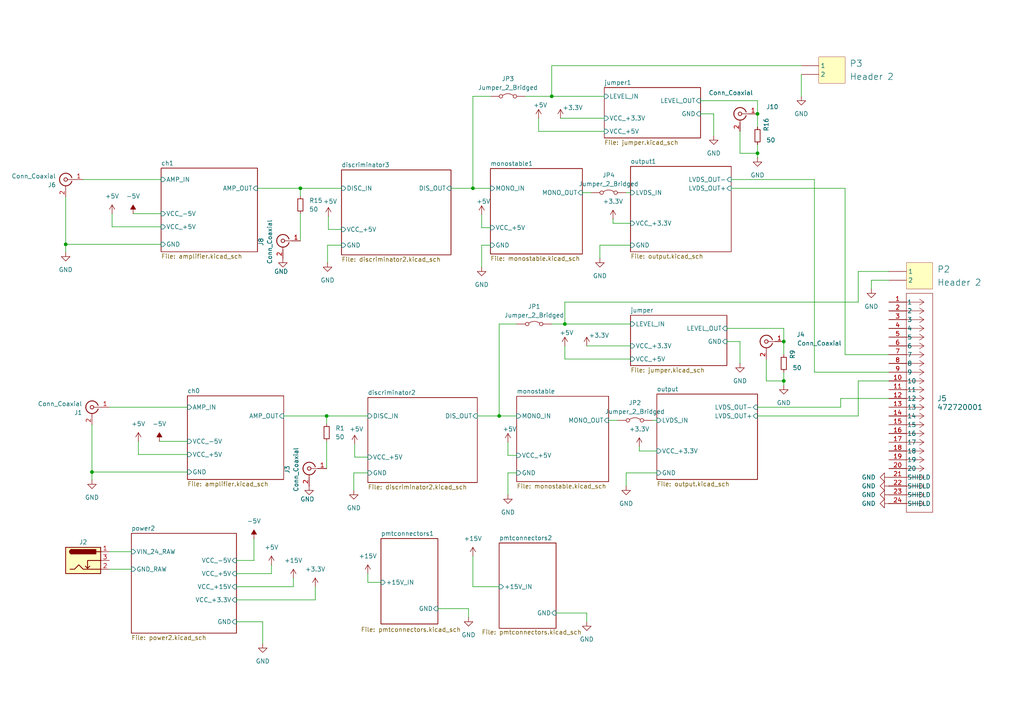
<source format=kicad_sch>
(kicad_sch (version 20231120) (generator "eeschema") (generator_version "8.0")
  (paper "A4")
  (lib_symbols
    (symbol "Connector:Barrel_Jack_Switch" (pin_names hide)
      (property "Reference" "J" (at 0 5.334 0))
      (property "Value" "Barrel_Jack_Switch" (at 0 -5.08 0))
      (symbol "Barrel_Jack_Switch_0_1"
        (rectangle (start -5.08 3.81) (end 5.08 -3.81) (stroke (width 0.254)) (fill (type background)))
        (arc (start -3.302 3.175) (mid -3.9343 2.54) (end -3.302 1.905) (stroke (width 0.254)))
        (arc (start -3.302 3.175) (mid -3.9343 2.54) (end -3.302 1.905) (stroke (width 0.254)) (fill (type outline)))
        (polyline (pts (xy 1.27 -2.286) (xy 1.905 -1.651)) (stroke (width 0.254)))
        (polyline (pts (xy 5.08 2.54) (xy 3.81 2.54)) (stroke (width 0.254)))
        (polyline (pts (xy 5.08 0) (xy 1.27 0) (xy 1.27 -2.286) (xy 0.635 -1.651)) (stroke (width 0.254)))
        (polyline (pts (xy -3.81 -2.54) (xy -2.54 -2.54) (xy -1.27 -1.27) (xy 0 -2.54) (xy 2.54 -2.54) (xy 5.08 -2.54)) (stroke (width 0.254)))
        (rectangle (start 3.683 3.175) (end -3.302 1.905) (stroke (width 0.254)) (fill (type outline)))
      )
      (symbol "Barrel_Jack_Switch_1_1"
        (pin passive line (at 7.62 2.54 180) (length 2.54) (name "~") (number "1"))
        (pin passive line (at 7.62 -2.54 180) (length 2.54) (name "~") (number "2"))
        (pin passive line (at 7.62 0 180) (length 2.54) (name "~") (number "3"))
      )
    )
    (symbol "Connector:Conn_Coaxial" (pin_names (offset 1.016) hide)
      (property "Reference" "J" (at 0.254 3.048 0))
      (property "Value" "Conn_Coaxial" (at 2.921 0 90))
      (symbol "Conn_Coaxial_0_1"
        (arc (start -1.778 -0.508) (mid 0.2311 -1.8066) (end 1.778 0) (stroke (width 0.254)))
        (polyline (pts (xy -2.54 0) (xy -0.508 0)))
        (polyline (pts (xy 0 -2.54) (xy 0 -1.778)))
        (circle (center 0 0) (radius 0.508) (stroke (width 0.2032)))
        (arc (start 1.778 0) (mid 0.2099 1.8101) (end -1.778 0.508) (stroke (width 0.254)))
      )
      (symbol "Conn_Coaxial_1_1"
        (pin passive line (at -5.08 0 0) (length 2.54) (name "In") (number "1"))
        (pin passive line (at 0 -5.08 90) (length 2.54) (name "Ext") (number "2"))
      )
    )
    (symbol "Device:R_Small" (pin_numbers hide) (pin_names (offset 0.254) hide)
      (property "Reference" "R" (at 0.762 0.508 0))
      (property "Value" "R_Small" (at 0.762 -1.016 0))
      (symbol "R_Small_0_1"
        (rectangle (start -0.762 1.778) (end 0.762 -1.778) (stroke (width 0.2032)))
      )
      (symbol "R_Small_1_1"
        (pin passive line (at 0 2.54 270) (length 0.762) (name "~") (number "1"))
        (pin passive line (at 0 -2.54 90) (length 0.762) (name "~") (number "2"))
      )
    )
    (symbol "Jumper:Jumper_2_Bridged" (pin_numbers hide) (pin_names (offset 0) hide) (exclude_from_sim yes)
      (property "Reference" "JP" (at 0 1.905 0))
      (property "Value" "Jumper_2_Bridged" (at 0 -2.54 0))
      (symbol "Jumper_2_Bridged_0_0"
        (circle (center -2.032 0) (radius 0.508))
        (circle (center 2.032 0) (radius 0.508))
      )
      (symbol "Jumper_2_Bridged_0_1"
        (arc (start 1.524 0.254) (mid 0 0.762) (end -1.524 0.254))
      )
      (symbol "Jumper_2_Bridged_1_1"
        (pin passive line (at -5.08 0 0) (length 2.54) (name "A") (number "1"))
        (pin passive line (at 5.08 0 180) (length 2.54) (name "B") (number "2"))
      )
    )
    (symbol "Miscellaneous Connectors:Header 2"
      (property "Reference" "P" (at 0 -7.62 0))
      (property "Value" "Header 2" (at -1.27 -3.81 0))
      (symbol "Header 2_1_0"
        (rectangle (start 7.62 0) (end 0 -7.62) (stroke (width 0.0254) (color 128 0 0 1)) (fill (type background)))
        (pin passive line (at -5.08 -2.54 0) (length 5.08) (name "1") (number "1"))
        (pin passive line (at -5.08 -5.08 0) (length 5.08) (name "2") (number "2"))
      )
    )
    (symbol "displayport:472720001" (pin_names (offset 0.254))
      (property "Reference" "J" (at 8.89 6.35 0))
      (property "Value" "472720001" (at 0 0 0))
      (symbol "472720001_1_1"
        (polyline (pts (xy 5.08 -60.96) (xy 12.7 -60.96)) (stroke (width 0.127)))
        (polyline (pts (xy 5.08 2.54) (xy 5.08 -60.96)) (stroke (width 0.127)))
        (polyline (pts (xy 10.16 -58.42) (xy 5.08 -58.42)) (stroke (width 0.127)))
        (polyline (pts (xy 10.16 -58.42) (xy 8.89 -59.2667)) (stroke (width 0.127)))
        (polyline (pts (xy 10.16 -58.42) (xy 8.89 -57.5733)) (stroke (width 0.127)))
        (polyline (pts (xy 10.16 -55.88) (xy 5.08 -55.88)) (stroke (width 0.127)))
        (polyline (pts (xy 10.16 -55.88) (xy 8.89 -56.7267)) (stroke (width 0.127)))
        (polyline (pts (xy 10.16 -55.88) (xy 8.89 -55.0333)) (stroke (width 0.127)))
        (polyline (pts (xy 10.16 -53.34) (xy 5.08 -53.34)) (stroke (width 0.127)))
        (polyline (pts (xy 10.16 -53.34) (xy 8.89 -54.1867)) (stroke (width 0.127)))
        (polyline (pts (xy 10.16 -53.34) (xy 8.89 -52.4933)) (stroke (width 0.127)))
        (polyline (pts (xy 10.16 -50.8) (xy 5.08 -50.8)) (stroke (width 0.127)))
        (polyline (pts (xy 10.16 -50.8) (xy 8.89 -51.6467)) (stroke (width 0.127)))
        (polyline (pts (xy 10.16 -50.8) (xy 8.89 -49.9533)) (stroke (width 0.127)))
        (polyline (pts (xy 10.16 -48.26) (xy 5.08 -48.26)) (stroke (width 0.127)))
        (polyline (pts (xy 10.16 -48.26) (xy 8.89 -49.1067)) (stroke (width 0.127)))
        (polyline (pts (xy 10.16 -48.26) (xy 8.89 -47.4133)) (stroke (width 0.127)))
        (polyline (pts (xy 10.16 -45.72) (xy 5.08 -45.72)) (stroke (width 0.127)))
        (polyline (pts (xy 10.16 -45.72) (xy 8.89 -46.5667)) (stroke (width 0.127)))
        (polyline (pts (xy 10.16 -45.72) (xy 8.89 -44.8733)) (stroke (width 0.127)))
        (polyline (pts (xy 10.16 -43.18) (xy 5.08 -43.18)) (stroke (width 0.127)))
        (polyline (pts (xy 10.16 -43.18) (xy 8.89 -44.0267)) (stroke (width 0.127)))
        (polyline (pts (xy 10.16 -43.18) (xy 8.89 -42.3333)) (stroke (width 0.127)))
        (polyline (pts (xy 10.16 -40.64) (xy 5.08 -40.64)) (stroke (width 0.127)))
        (polyline (pts (xy 10.16 -40.64) (xy 8.89 -41.4867)) (stroke (width 0.127)))
        (polyline (pts (xy 10.16 -40.64) (xy 8.89 -39.7933)) (stroke (width 0.127)))
        (polyline (pts (xy 10.16 -38.1) (xy 5.08 -38.1)) (stroke (width 0.127)))
        (polyline (pts (xy 10.16 -38.1) (xy 8.89 -38.9467)) (stroke (width 0.127)))
        (polyline (pts (xy 10.16 -38.1) (xy 8.89 -37.2533)) (stroke (width 0.127)))
        (polyline (pts (xy 10.16 -35.56) (xy 5.08 -35.56)) (stroke (width 0.127)))
        (polyline (pts (xy 10.16 -35.56) (xy 8.89 -36.4067)) (stroke (width 0.127)))
        (polyline (pts (xy 10.16 -35.56) (xy 8.89 -34.7133)) (stroke (width 0.127)))
        (polyline (pts (xy 10.16 -33.02) (xy 5.08 -33.02)) (stroke (width 0.127)))
        (polyline (pts (xy 10.16 -33.02) (xy 8.89 -33.8667)) (stroke (width 0.127)))
        (polyline (pts (xy 10.16 -33.02) (xy 8.89 -32.1733)) (stroke (width 0.127)))
        (polyline (pts (xy 10.16 -30.48) (xy 5.08 -30.48)) (stroke (width 0.127)))
        (polyline (pts (xy 10.16 -30.48) (xy 8.89 -31.3267)) (stroke (width 0.127)))
        (polyline (pts (xy 10.16 -30.48) (xy 8.89 -29.6333)) (stroke (width 0.127)))
        (polyline (pts (xy 10.16 -27.94) (xy 5.08 -27.94)) (stroke (width 0.127)))
        (polyline (pts (xy 10.16 -27.94) (xy 8.89 -28.7867)) (stroke (width 0.127)))
        (polyline (pts (xy 10.16 -27.94) (xy 8.89 -27.0933)) (stroke (width 0.127)))
        (polyline (pts (xy 10.16 -25.4) (xy 5.08 -25.4)) (stroke (width 0.127)))
        (polyline (pts (xy 10.16 -25.4) (xy 8.89 -26.2467)) (stroke (width 0.127)))
        (polyline (pts (xy 10.16 -25.4) (xy 8.89 -24.5533)) (stroke (width 0.127)))
        (polyline (pts (xy 10.16 -22.86) (xy 5.08 -22.86)) (stroke (width 0.127)))
        (polyline (pts (xy 10.16 -22.86) (xy 8.89 -23.7067)) (stroke (width 0.127)))
        (polyline (pts (xy 10.16 -22.86) (xy 8.89 -22.0133)) (stroke (width 0.127)))
        (polyline (pts (xy 10.16 -20.32) (xy 5.08 -20.32)) (stroke (width 0.127)))
        (polyline (pts (xy 10.16 -20.32) (xy 8.89 -21.1667)) (stroke (width 0.127)))
        (polyline (pts (xy 10.16 -20.32) (xy 8.89 -19.4733)) (stroke (width 0.127)))
        (polyline (pts (xy 10.16 -17.78) (xy 5.08 -17.78)) (stroke (width 0.127)))
        (polyline (pts (xy 10.16 -17.78) (xy 8.89 -18.6267)) (stroke (width 0.127)))
        (polyline (pts (xy 10.16 -17.78) (xy 8.89 -16.9333)) (stroke (width 0.127)))
        (polyline (pts (xy 10.16 -15.24) (xy 5.08 -15.24)) (stroke (width 0.127)))
        (polyline (pts (xy 10.16 -15.24) (xy 8.89 -16.0867)) (stroke (width 0.127)))
        (polyline (pts (xy 10.16 -15.24) (xy 8.89 -14.3933)) (stroke (width 0.127)))
        (polyline (pts (xy 10.16 -12.7) (xy 5.08 -12.7)) (stroke (width 0.127)))
        (polyline (pts (xy 10.16 -12.7) (xy 8.89 -13.5467)) (stroke (width 0.127)))
        (polyline (pts (xy 10.16 -12.7) (xy 8.89 -11.8533)) (stroke (width 0.127)))
        (polyline (pts (xy 10.16 -10.16) (xy 5.08 -10.16)) (stroke (width 0.127)))
        (polyline (pts (xy 10.16 -10.16) (xy 8.89 -11.0067)) (stroke (width 0.127)))
        (polyline (pts (xy 10.16 -10.16) (xy 8.89 -9.3133)) (stroke (width 0.127)))
        (polyline (pts (xy 10.16 -7.62) (xy 5.08 -7.62)) (stroke (width 0.127)))
        (polyline (pts (xy 10.16 -7.62) (xy 8.89 -8.4667)) (stroke (width 0.127)))
        (polyline (pts (xy 10.16 -7.62) (xy 8.89 -6.7733)) (stroke (width 0.127)))
        (polyline (pts (xy 10.16 -5.08) (xy 5.08 -5.08)) (stroke (width 0.127)))
        (polyline (pts (xy 10.16 -5.08) (xy 8.89 -5.9267)) (stroke (width 0.127)))
        (polyline (pts (xy 10.16 -5.08) (xy 8.89 -4.2333)) (stroke (width 0.127)))
        (polyline (pts (xy 10.16 -2.54) (xy 5.08 -2.54)) (stroke (width 0.127)))
        (polyline (pts (xy 10.16 -2.54) (xy 8.89 -3.3867)) (stroke (width 0.127)))
        (polyline (pts (xy 10.16 -2.54) (xy 8.89 -1.6933)) (stroke (width 0.127)))
        (polyline (pts (xy 10.16 0) (xy 5.08 0)) (stroke (width 0.127)))
        (polyline (pts (xy 10.16 0) (xy 8.89 -0.8467)) (stroke (width 0.127)))
        (polyline (pts (xy 10.16 0) (xy 8.89 0.8467)) (stroke (width 0.127)))
        (polyline (pts (xy 12.7 -60.96) (xy 12.7 2.54)) (stroke (width 0.127)))
        (polyline (pts (xy 12.7 2.54) (xy 5.08 2.54)) (stroke (width 0.127)))
        (pin unspecified line (at 0 0 0) (length 5.08) (name "1") (number "1"))
        (pin unspecified line (at 0 -22.86 0) (length 5.08) (name "10") (number "10"))
        (pin unspecified line (at 0 -25.4 0) (length 5.08) (name "11") (number "11"))
        (pin unspecified line (at 0 -27.94 0) (length 5.08) (name "12") (number "12"))
        (pin unspecified line (at 0 -30.48 0) (length 5.08) (name "13") (number "13"))
        (pin unspecified line (at 0 -33.02 0) (length 5.08) (name "14") (number "14"))
        (pin unspecified line (at 0 -35.56 0) (length 5.08) (name "15") (number "15"))
        (pin unspecified line (at 0 -38.1 0) (length 5.08) (name "16") (number "16"))
        (pin unspecified line (at 0 -40.64 0) (length 5.08) (name "17") (number "17"))
        (pin unspecified line (at 0 -43.18 0) (length 5.08) (name "18") (number "18"))
        (pin unspecified line (at 0 -45.72 0) (length 5.08) (name "19") (number "19"))
        (pin unspecified line (at 0 -2.54 0) (length 5.08) (name "2") (number "2"))
        (pin unspecified line (at 0 -48.26 0) (length 5.08) (name "20") (number "20"))
        (pin unspecified line (at 0 -50.8 0) (length 5.08) (name "SHIELD") (number "21"))
        (pin unspecified line (at 0 -53.34 0) (length 5.08) (name "SHIELD") (number "22"))
        (pin unspecified line (at 0 -55.88 0) (length 5.08) (name "SHIELD") (number "23"))
        (pin unspecified line (at 0 -58.42 0) (length 5.08) (name "SHIELD") (number "24"))
        (pin unspecified line (at 0 -5.08 0) (length 5.08) (name "3") (number "3"))
        (pin unspecified line (at 0 -7.62 0) (length 5.08) (name "4") (number "4"))
        (pin unspecified line (at 0 -10.16 0) (length 5.08) (name "5") (number "5"))
        (pin unspecified line (at 0 -12.7 0) (length 5.08) (name "6") (number "6"))
        (pin unspecified line (at 0 -15.24 0) (length 5.08) (name "7") (number "7"))
        (pin unspecified line (at 0 -17.78 0) (length 5.08) (name "8") (number "8"))
        (pin unspecified line (at 0 -20.32 0) (length 5.08) (name "9") (number "9"))
      )
      (symbol "472720001_1_2"
        (polyline (pts (xy 5.08 -60.96) (xy 12.7 -60.96)) (stroke (width 0.127)))
        (polyline (pts (xy 5.08 2.54) (xy 5.08 -60.96)) (stroke (width 0.127)))
        (polyline (pts (xy 7.62 -58.42) (xy 5.08 -58.42)) (stroke (width 0.127)))
        (polyline (pts (xy 7.62 -58.42) (xy 8.89 -59.2667)) (stroke (width 0.127)))
        (polyline (pts (xy 7.62 -58.42) (xy 8.89 -57.5733)) (stroke (width 0.127)))
        (polyline (pts (xy 7.62 -55.88) (xy 5.08 -55.88)) (stroke (width 0.127)))
        (polyline (pts (xy 7.62 -55.88) (xy 8.89 -56.7267)) (stroke (width 0.127)))
        (polyline (pts (xy 7.62 -55.88) (xy 8.89 -55.0333)) (stroke (width 0.127)))
        (polyline (pts (xy 7.62 -53.34) (xy 5.08 -53.34)) (stroke (width 0.127)))
        (polyline (pts (xy 7.62 -53.34) (xy 8.89 -54.1867)) (stroke (width 0.127)))
        (polyline (pts (xy 7.62 -53.34) (xy 8.89 -52.4933)) (stroke (width 0.127)))
        (polyline (pts (xy 7.62 -50.8) (xy 5.08 -50.8)) (stroke (width 0.127)))
        (polyline (pts (xy 7.62 -50.8) (xy 8.89 -51.6467)) (stroke (width 0.127)))
        (polyline (pts (xy 7.62 -50.8) (xy 8.89 -49.9533)) (stroke (width 0.127)))
        (polyline (pts (xy 7.62 -48.26) (xy 5.08 -48.26)) (stroke (width 0.127)))
        (polyline (pts (xy 7.62 -48.26) (xy 8.89 -49.1067)) (stroke (width 0.127)))
        (polyline (pts (xy 7.62 -48.26) (xy 8.89 -47.4133)) (stroke (width 0.127)))
        (polyline (pts (xy 7.62 -45.72) (xy 5.08 -45.72)) (stroke (width 0.127)))
        (polyline (pts (xy 7.62 -45.72) (xy 8.89 -46.5667)) (stroke (width 0.127)))
        (polyline (pts (xy 7.62 -45.72) (xy 8.89 -44.8733)) (stroke (width 0.127)))
        (polyline (pts (xy 7.62 -43.18) (xy 5.08 -43.18)) (stroke (width 0.127)))
        (polyline (pts (xy 7.62 -43.18) (xy 8.89 -44.0267)) (stroke (width 0.127)))
        (polyline (pts (xy 7.62 -43.18) (xy 8.89 -42.3333)) (stroke (width 0.127)))
        (polyline (pts (xy 7.62 -40.64) (xy 5.08 -40.64)) (stroke (width 0.127)))
        (polyline (pts (xy 7.62 -40.64) (xy 8.89 -41.4867)) (stroke (width 0.127)))
        (polyline (pts (xy 7.62 -40.64) (xy 8.89 -39.7933)) (stroke (width 0.127)))
        (polyline (pts (xy 7.62 -38.1) (xy 5.08 -38.1)) (stroke (width 0.127)))
        (polyline (pts (xy 7.62 -38.1) (xy 8.89 -38.9467)) (stroke (width 0.127)))
        (polyline (pts (xy 7.62 -38.1) (xy 8.89 -37.2533)) (stroke (width 0.127)))
        (polyline (pts (xy 7.62 -35.56) (xy 5.08 -35.56)) (stroke (width 0.127)))
        (polyline (pts (xy 7.62 -35.56) (xy 8.89 -36.4067)) (stroke (width 0.127)))
        (polyline (pts (xy 7.62 -35.56) (xy 8.89 -34.7133)) (stroke (width 0.127)))
        (polyline (pts (xy 7.62 -33.02) (xy 5.08 -33.02)) (stroke (width 0.127)))
        (polyline (pts (xy 7.62 -33.02) (xy 8.89 -33.8667)) (stroke (width 0.127)))
        (polyline (pts (xy 7.62 -33.02) (xy 8.89 -32.1733)) (stroke (width 0.127)))
        (polyline (pts (xy 7.62 -30.48) (xy 5.08 -30.48)) (stroke (width 0.127)))
        (polyline (pts (xy 7.62 -30.48) (xy 8.89 -31.3267)) (stroke (width 0.127)))
        (polyline (pts (xy 7.62 -30.48) (xy 8.89 -29.6333)) (stroke (width 0.127)))
        (polyline (pts (xy 7.62 -27.94) (xy 5.08 -27.94)) (stroke (width 0.127)))
        (polyline (pts (xy 7.62 -27.94) (xy 8.89 -28.7867)) (stroke (width 0.127)))
        (polyline (pts (xy 7.62 -27.94) (xy 8.89 -27.0933)) (stroke (width 0.127)))
        (polyline (pts (xy 7.62 -25.4) (xy 5.08 -25.4)) (stroke (width 0.127)))
        (polyline (pts (xy 7.62 -25.4) (xy 8.89 -26.2467)) (stroke (width 0.127)))
        (polyline (pts (xy 7.62 -25.4) (xy 8.89 -24.5533)) (stroke (width 0.127)))
        (polyline (pts (xy 7.62 -22.86) (xy 5.08 -22.86)) (stroke (width 0.127)))
        (polyline (pts (xy 7.62 -22.86) (xy 8.89 -23.7067)) (stroke (width 0.127)))
        (polyline (pts (xy 7.62 -22.86) (xy 8.89 -22.0133)) (stroke (width 0.127)))
        (polyline (pts (xy 7.62 -20.32) (xy 5.08 -20.32)) (stroke (width 0.127)))
        (polyline (pts (xy 7.62 -20.32) (xy 8.89 -21.1667)) (stroke (width 0.127)))
        (polyline (pts (xy 7.62 -20.32) (xy 8.89 -19.4733)) (stroke (width 0.127)))
        (polyline (pts (xy 7.62 -17.78) (xy 5.08 -17.78)) (stroke (width 0.127)))
        (polyline (pts (xy 7.62 -17.78) (xy 8.89 -18.6267)) (stroke (width 0.127)))
        (polyline (pts (xy 7.62 -17.78) (xy 8.89 -16.9333)) (stroke (width 0.127)))
        (polyline (pts (xy 7.62 -15.24) (xy 5.08 -15.24)) (stroke (width 0.127)))
        (polyline (pts (xy 7.62 -15.24) (xy 8.89 -16.0867)) (stroke (width 0.127)))
        (polyline (pts (xy 7.62 -15.24) (xy 8.89 -14.3933)) (stroke (width 0.127)))
        (polyline (pts (xy 7.62 -12.7) (xy 5.08 -12.7)) (stroke (width 0.127)))
        (polyline (pts (xy 7.62 -12.7) (xy 8.89 -13.5467)) (stroke (width 0.127)))
        (polyline (pts (xy 7.62 -12.7) (xy 8.89 -11.8533)) (stroke (width 0.127)))
        (polyline (pts (xy 7.62 -10.16) (xy 5.08 -10.16)) (stroke (width 0.127)))
        (polyline (pts (xy 7.62 -10.16) (xy 8.89 -11.0067)) (stroke (width 0.127)))
        (polyline (pts (xy 7.62 -10.16) (xy 8.89 -9.3133)) (stroke (width 0.127)))
        (polyline (pts (xy 7.62 -7.62) (xy 5.08 -7.62)) (stroke (width 0.127)))
        (polyline (pts (xy 7.62 -7.62) (xy 8.89 -8.4667)) (stroke (width 0.127)))
        (polyline (pts (xy 7.62 -7.62) (xy 8.89 -6.7733)) (stroke (width 0.127)))
        (polyline (pts (xy 7.62 -5.08) (xy 5.08 -5.08)) (stroke (width 0.127)))
        (polyline (pts (xy 7.62 -5.08) (xy 8.89 -5.9267)) (stroke (width 0.127)))
        (polyline (pts (xy 7.62 -5.08) (xy 8.89 -4.2333)) (stroke (width 0.127)))
        (polyline (pts (xy 7.62 -2.54) (xy 5.08 -2.54)) (stroke (width 0.127)))
        (polyline (pts (xy 7.62 -2.54) (xy 8.89 -3.3867)) (stroke (width 0.127)))
        (polyline (pts (xy 7.62 -2.54) (xy 8.89 -1.6933)) (stroke (width 0.127)))
        (polyline (pts (xy 7.62 0) (xy 5.08 0)) (stroke (width 0.127)))
        (polyline (pts (xy 7.62 0) (xy 8.89 -0.8467)) (stroke (width 0.127)))
        (polyline (pts (xy 7.62 0) (xy 8.89 0.8467)) (stroke (width 0.127)))
        (polyline (pts (xy 12.7 -60.96) (xy 12.7 2.54)) (stroke (width 0.127)))
        (polyline (pts (xy 12.7 2.54) (xy 5.08 2.54)) (stroke (width 0.127)))
        (pin unspecified line (at 0 0 0) (length 5.08) (name "1") (number "1"))
        (pin unspecified line (at 0 -22.86 0) (length 5.08) (name "10") (number "10"))
        (pin unspecified line (at 0 -25.4 0) (length 5.08) (name "11") (number "11"))
        (pin unspecified line (at 0 -27.94 0) (length 5.08) (name "12") (number "12"))
        (pin unspecified line (at 0 -30.48 0) (length 5.08) (name "13") (number "13"))
        (pin unspecified line (at 0 -33.02 0) (length 5.08) (name "14") (number "14"))
        (pin unspecified line (at 0 -35.56 0) (length 5.08) (name "15") (number "15"))
        (pin unspecified line (at 0 -38.1 0) (length 5.08) (name "16") (number "16"))
        (pin unspecified line (at 0 -40.64 0) (length 5.08) (name "17") (number "17"))
        (pin unspecified line (at 0 -43.18 0) (length 5.08) (name "18") (number "18"))
        (pin unspecified line (at 0 -45.72 0) (length 5.08) (name "19") (number "19"))
        (pin unspecified line (at 0 -2.54 0) (length 5.08) (name "2") (number "2"))
        (pin unspecified line (at 0 -48.26 0) (length 5.08) (name "20") (number "20"))
        (pin unspecified line (at 0 -50.8 0) (length 5.08) (name "SHIELD") (number "21"))
        (pin unspecified line (at 0 -53.34 0) (length 5.08) (name "SHIELD") (number "22"))
        (pin unspecified line (at 0 -55.88 0) (length 5.08) (name "SHIELD") (number "23"))
        (pin unspecified line (at 0 -58.42 0) (length 5.08) (name "SHIELD") (number "24"))
        (pin unspecified line (at 0 -5.08 0) (length 5.08) (name "3") (number "3"))
        (pin unspecified line (at 0 -7.62 0) (length 5.08) (name "4") (number "4"))
        (pin unspecified line (at 0 -10.16 0) (length 5.08) (name "5") (number "5"))
        (pin unspecified line (at 0 -12.7 0) (length 5.08) (name "6") (number "6"))
        (pin unspecified line (at 0 -15.24 0) (length 5.08) (name "7") (number "7"))
        (pin unspecified line (at 0 -17.78 0) (length 5.08) (name "8") (number "8"))
        (pin unspecified line (at 0 -20.32 0) (length 5.08) (name "9") (number "9"))
      )
    )
    (symbol "power:+15V" (power) (pin_numbers hide) (pin_names (offset 0) hide)
      (property "Value" "+15V" (at 0 3.556 0))
      (symbol "+15V_0_1"
        (polyline (pts (xy -0.762 1.27) (xy 0 2.54)))
        (polyline (pts (xy 0 0) (xy 0 2.54)))
        (polyline (pts (xy 0 2.54) (xy 0.762 1.27)))
      )
      (symbol "+15V_1_1"
        (pin power_in line (at 0 0 90) (length 0) (name "~") (number "1"))
      )
    )
    (symbol "power:+3.3V" (power) (pin_numbers hide) (pin_names (offset 0) hide)
      (property "Value" "+3.3V" (at 0 3.556 0))
      (symbol "+3.3V_0_1"
        (polyline (pts (xy -0.762 1.27) (xy 0 2.54)))
        (polyline (pts (xy 0 0) (xy 0 2.54)))
        (polyline (pts (xy 0 2.54) (xy 0.762 1.27)))
      )
      (symbol "+3.3V_1_1"
        (pin power_in line (at 0 0 90) (length 0) (name "~") (number "1"))
      )
    )
    (symbol "power:+5V" (power) (pin_numbers hide) (pin_names (offset 0) hide)
      (property "Value" "+5V" (at 0 3.556 0))
      (symbol "+5V_0_1"
        (polyline (pts (xy -0.762 1.27) (xy 0 2.54)))
        (polyline (pts (xy 0 0) (xy 0 2.54)))
        (polyline (pts (xy 0 2.54) (xy 0.762 1.27)))
      )
      (symbol "+5V_1_1"
        (pin power_in line (at 0 0 90) (length 0) (name "~") (number "1"))
      )
    )
    (symbol "power:-5V" (power) (pin_numbers hide) (pin_names (offset 0) hide)
      (property "Value" "-5V" (at 0 3.556 0))
      (symbol "-5V_0_0"
        (pin power_in line (at 0 0 90) (length 0) (name "~") (number "1"))
      )
      (symbol "-5V_0_1"
        (polyline (pts (xy 0 0) (xy 0 1.27) (xy 0.762 1.27) (xy 0 2.54) (xy -0.762 1.27) (xy 0 1.27)) (fill (type outline)))
      )
    )
    (symbol "power:GND" (power) (pin_numbers hide) (pin_names (offset 0) hide)
      (property "Value" "GND" (at 0 -3.81 0))
      (symbol "GND_0_1"
        (polyline (pts (xy 0 0) (xy 0 -1.27) (xy 1.27 -1.27) (xy 0 -2.54) (xy -1.27 -1.27) (xy 0 -1.27)))
      )
      (symbol "GND_1_1"
        (pin power_in line (at 0 0 270) (length 0) (name "~") (number "1"))
      )
    )
  )
  (junction (at 163.83 93.98))
  (junction (at 87.122 54.61))
  (junction (at 219.71 44.45))
  (junction (at 144.78 120.65))
  (junction (at 19.05 70.866))
  (junction (at 227.33 110.49))
  (junction (at 160.02 27.94))
  (junction (at 219.71 33.02))
  (junction (at 227.33 99.06))
  (junction (at 137.16 54.61))
  (junction (at 94.742 120.65))
  (junction (at 26.67 136.906))
  (wire (pts (xy 94.742 120.65) (xy 106.68 120.65)))
  (wire (pts (xy 212.09 54.61) (xy 245.11 54.61)))
  (wire (pts (xy 144.78 93.98) (xy 149.86 93.98)))
  (wire (pts (xy 99.06 71.12) (xy 94.996 71.12)))
  (wire (pts (xy 94.742 128.016) (xy 94.742 135.89)))
  (wire (pts (xy 54.356 136.906) (xy 26.67 136.906)))
  (wire (pts (xy 106.68 168.91) (xy 106.68 166.37)))
  (wire (pts (xy 182.88 104.14) (xy 163.83 104.14)))
  (wire (pts (xy 219.71 41.91) (xy 219.71 44.45)))
  (wire (pts (xy 185.42 130.81) (xy 185.42 129.54)))
  (wire (pts (xy 85.09 170.18) (xy 68.58 170.18)))
  (wire (pts (xy 219.71 118.11) (xy 243.84 118.11)))
  (wire (pts (xy 99.06 66.548) (xy 95.25 66.548)))
  (wire (pts (xy 139.7 71.12) (xy 139.7 77.47)))
  (wire (pts (xy 102.616 137.16) (xy 102.616 142.24)))
  (wire (pts (xy 156.21 34.29) (xy 156.21 38.1)))
  (wire (pts (xy 147.32 137.16) (xy 147.32 143.51)))
  (wire (pts (xy 76.2 180.34) (xy 76.2 186.69)))
  (wire (pts (xy 227.33 107.95) (xy 227.33 110.49)))
  (wire (pts (xy 19.05 70.866) (xy 19.05 73.152)))
  (wire (pts (xy 40.132 131.826) (xy 54.356 131.826)))
  (wire (pts (xy 182.88 100.33) (xy 170.18 100.33)))
  (wire (pts (xy 207.01 33.02) (xy 207.01 39.37)))
  (wire (pts (xy 236.22 52.07) (xy 236.22 107.95)))
  (wire (pts (xy 95.25 62.738) (xy 95.25 66.548)))
  (wire (pts (xy 106.68 137.16) (xy 102.616 137.16)))
  (wire (pts (xy 38.608 61.976) (xy 46.736 61.976)))
  (wire (pts (xy 26.67 136.906) (xy 26.67 139.192)))
  (wire (pts (xy 227.33 95.25) (xy 227.33 99.06)))
  (wire (pts (xy 222.25 110.49) (xy 222.25 104.14)))
  (wire (pts (xy 175.26 34.29) (xy 162.56 34.29)))
  (wire (pts (xy 160.02 19.05) (xy 160.02 27.94)))
  (wire (pts (xy 135.89 179.07) (xy 135.89 176.53)))
  (wire (pts (xy 68.58 180.34) (xy 76.2 180.34)))
  (wire (pts (xy 94.996 71.12) (xy 94.996 76.2)))
  (wire (pts (xy 190.5 130.81) (xy 185.42 130.81)))
  (wire (pts (xy 32.512 61.976) (xy 32.512 65.786)))
  (wire (pts (xy 182.88 64.77) (xy 177.8 64.77)))
  (wire (pts (xy 152.4 27.94) (xy 160.02 27.94)))
  (wire (pts (xy 87.122 54.61) (xy 99.06 54.61)))
  (wire (pts (xy 161.29 177.8) (xy 170.18 177.8)))
  (wire (pts (xy 245.11 54.61) (xy 245.11 102.87)))
  (wire (pts (xy 137.16 27.94) (xy 142.24 27.94)))
  (wire (pts (xy 243.84 118.11) (xy 243.84 115.57)))
  (wire (pts (xy 106.68 168.91) (xy 110.49 168.91)))
  (wire (pts (xy 137.16 27.94) (xy 137.16 54.61)))
  (wire (pts (xy 102.87 128.778) (xy 102.87 132.588)))
  (wire (pts (xy 222.25 110.49) (xy 227.33 110.49)))
  (wire (pts (xy 137.16 170.18) (xy 144.78 170.18)))
  (wire (pts (xy 144.78 93.98) (xy 144.78 120.65)))
  (wire (pts (xy 31.75 160.02) (xy 38.1 160.02)))
  (wire (pts (xy 137.16 54.61) (xy 142.24 54.61)))
  (wire (pts (xy 252.73 83.82) (xy 252.73 81.28)))
  (wire (pts (xy 106.68 132.588) (xy 102.87 132.588)))
  (wire (pts (xy 130.81 54.61) (xy 137.16 54.61)))
  (wire (pts (xy 176.53 121.92) (xy 179.07 121.92)))
  (wire (pts (xy 248.92 120.65) (xy 248.92 110.49)))
  (wire (pts (xy 219.71 33.02) (xy 219.71 36.83)))
  (wire (pts (xy 175.26 38.1) (xy 156.21 38.1)))
  (wire (pts (xy 40.132 128.016) (xy 40.132 131.826)))
  (wire (pts (xy 236.22 107.95) (xy 257.81 107.95)))
  (wire (pts (xy 139.7 62.23) (xy 139.7 66.04)))
  (wire (pts (xy 46.736 70.866) (xy 19.05 70.866)))
  (wire (pts (xy 87.122 61.976) (xy 87.122 69.85)))
  (wire (pts (xy 147.32 137.16) (xy 149.86 137.16)))
  (wire (pts (xy 68.58 173.99) (xy 91.44 173.99)))
  (wire (pts (xy 252.73 81.28) (xy 257.81 81.28)))
  (wire (pts (xy 248.92 87.63) (xy 248.92 78.74)))
  (wire (pts (xy 73.66 162.56) (xy 68.58 162.56)))
  (wire (pts (xy 219.71 45.72) (xy 219.71 44.45)))
  (wire (pts (xy 147.32 132.08) (xy 149.86 132.08)))
  (wire (pts (xy 85.09 167.64) (xy 85.09 170.18)))
  (wire (pts (xy 243.84 115.57) (xy 257.81 115.57)))
  (wire (pts (xy 245.11 102.87) (xy 257.81 102.87)))
  (wire (pts (xy 94.742 120.65) (xy 94.742 122.936)))
  (wire (pts (xy 139.7 66.04) (xy 142.24 66.04)))
  (wire (pts (xy 46.736 52.07) (xy 24.13 52.07)))
  (wire (pts (xy 210.82 95.25) (xy 227.33 95.25)))
  (wire (pts (xy 19.05 70.866) (xy 19.05 57.15)))
  (wire (pts (xy 163.83 100.33) (xy 163.83 104.14)))
  (wire (pts (xy 190.5 137.16) (xy 181.61 137.16)))
  (wire (pts (xy 46.228 128.016) (xy 54.356 128.016)))
  (wire (pts (xy 160.02 19.05) (xy 232.41 19.05)))
  (wire (pts (xy 32.512 65.786) (xy 46.736 65.786)))
  (wire (pts (xy 87.122 54.61) (xy 87.122 56.896)))
  (wire (pts (xy 31.75 165.1) (xy 38.1 165.1)))
  (wire (pts (xy 160.02 27.94) (xy 175.26 27.94)))
  (wire (pts (xy 138.43 120.65) (xy 144.78 120.65)))
  (wire (pts (xy 139.7 71.12) (xy 142.24 71.12)))
  (wire (pts (xy 181.61 137.16) (xy 181.61 140.97)))
  (wire (pts (xy 177.8 64.77) (xy 177.8 63.5)))
  (wire (pts (xy 248.92 78.74) (xy 257.81 78.74)))
  (wire (pts (xy 91.44 170.18) (xy 91.44 173.99)))
  (wire (pts (xy 82.296 120.65) (xy 94.742 120.65)))
  (wire (pts (xy 227.33 99.06) (xy 227.33 102.87)))
  (wire (pts (xy 74.676 54.61) (xy 87.122 54.61)))
  (wire (pts (xy 210.82 99.06) (xy 214.63 99.06)))
  (wire (pts (xy 54.356 118.11) (xy 31.75 118.11)))
  (wire (pts (xy 189.23 121.92) (xy 190.5 121.92)))
  (wire (pts (xy 160.02 93.98) (xy 163.83 93.98)))
  (wire (pts (xy 170.18 180.34) (xy 170.18 177.8)))
  (wire (pts (xy 203.2 29.21) (xy 219.71 29.21)))
  (wire (pts (xy 214.63 99.06) (xy 214.63 105.41)))
  (wire (pts (xy 163.83 87.63) (xy 248.92 87.63)))
  (wire (pts (xy 26.67 136.906) (xy 26.67 123.19)))
  (wire (pts (xy 203.2 33.02) (xy 207.01 33.02)))
  (wire (pts (xy 214.63 44.45) (xy 214.63 38.1)))
  (wire (pts (xy 248.92 110.49) (xy 257.81 110.49)))
  (wire (pts (xy 182.88 71.12) (xy 173.99 71.12)))
  (wire (pts (xy 227.33 111.76) (xy 227.33 110.49)))
  (wire (pts (xy 232.41 21.59) (xy 232.41 27.94)))
  (wire (pts (xy 137.16 161.29) (xy 137.16 170.18)))
  (wire (pts (xy 212.09 52.07) (xy 236.22 52.07)))
  (wire (pts (xy 173.99 71.12) (xy 173.99 74.93)))
  (wire (pts (xy 127 176.53) (xy 135.89 176.53)))
  (wire (pts (xy 163.83 87.63) (xy 163.83 93.98)))
  (wire (pts (xy 214.63 44.45) (xy 219.71 44.45)))
  (wire (pts (xy 144.78 120.65) (xy 149.86 120.65)))
  (wire (pts (xy 168.91 55.88) (xy 171.45 55.88)))
  (wire (pts (xy 147.32 128.27) (xy 147.32 132.08)))
  (wire (pts (xy 73.66 156.21) (xy 73.66 162.56)))
  (wire (pts (xy 78.74 166.37) (xy 68.58 166.37)))
  (wire (pts (xy 181.61 55.88) (xy 182.88 55.88)))
  (wire (pts (xy 219.71 29.21) (xy 219.71 33.02)))
  (wire (pts (xy 78.74 163.83) (xy 78.74 166.37)))
  (wire (pts (xy 219.71 120.65) (xy 248.92 120.65)))
  (wire (pts (xy 163.83 93.98) (xy 182.88 93.98)))
  (symbol (lib_id "power:GND") (at 76.2 186.69 0) (unit 1)
    (property "Reference" "#PWR06" (effects (hide yes)))
    (property "Value" "GND" (at 76.2 191.77 0))
    (property "Description" "Power symbol creates a global label with name \"GND\" , ground" (effects (hide yes)))
  )
  (symbol (lib_id "power:GND") (at 207.01 39.37 0) (unit 1)
    (property "Reference" "#PWR065" (effects (hide yes)))
    (property "Value" "GND" (at 207.01 44.45 0))
    (property "Description" "Power symbol creates a global label with name \"GND\" , ground" (effects (hide yes)))
  )
  (symbol (lib_id "Connector:Conn_Coaxial") (at 89.662 135.89 0) (mirror y) (unit 1)
    (property "Reference" "J3" (at 83.312 136.1832 90))
    (property "Value" "Conn_Coaxial" (at 85.852 136.1832 90))
    (property "Footprint" "testpt:EPB00250NTN" (effects (hide yes)))
    (property "Description" "coaxial connector (BNC, SMA, SMB, SMC, Cinch/RCA, LEMO, ...)" (effects (hide yes)))
  )
  (symbol (lib_id "power:+5V") (at 147.32 128.27 0) (unit 1)
    (property "Reference" "#PWR047" (effects (hide yes)))
    (property "Value" "+5V" (at 147.828 124.46 0))
    (property "Description" "Power symbol creates a global label with name \"+5V\"" (effects (hide yes)))
  )
  (symbol (lib_id "power:GND") (at 257.81 138.43 270) (unit 1)
    (property "Reference" "#PWR020" (effects (hide yes)))
    (property "Value" "GND" (at 254 138.4299 90) (effects (justify right)))
    (property "Description" "Power symbol creates a global label with name \"GND\" , ground" (effects (hide yes)))
  )
  (symbol (lib_id "power:+5V") (at 102.87 128.778 0) (unit 1)
    (property "Reference" "#PWR09" (effects (hide yes)))
    (property "Value" "+5V" (at 103.378 124.46 0))
    (property "Description" "Power symbol creates a global label with name \"+5V\"" (effects (hide yes)))
  )
  (symbol (lib_id "Connector:Conn_Coaxial") (at 19.05 52.07 0) (mirror y) (unit 1)
    (property "Reference" "J6" (at 16.256 53.6333 0) (effects (justify left)))
    (property "Value" "Conn_Coaxial" (at 16.256 51.0933 0) (effects (justify left)))
    (property "Footprint" "testpt:EPB00250NTN" (effects (hide yes)))
    (property "Description" "coaxial connector (BNC, SMA, SMB, SMC, Cinch/RCA, LEMO, ...)" (effects (hide yes)))
  )
  (symbol (lib_id "power:GND") (at 102.616 142.24 0) (unit 1)
    (property "Reference" "#PWR08" (effects (hide yes)))
    (property "Value" "GND" (at 102.616 147.32 0))
    (property "Description" "Power symbol creates a global label with name \"GND\" , ground" (effects (hide yes)))
  )
  (symbol (lib_id "Connector:Conn_Coaxial") (at 82.042 69.85 0) (mirror y) (unit 1)
    (property "Reference" "J8" (at 75.692 70.1432 90))
    (property "Value" "Conn_Coaxial" (at 78.232 70.1432 90))
    (property "Footprint" "testpt:EPB00250NTN" (effects (hide yes)))
    (property "Description" "coaxial connector (BNC, SMA, SMB, SMC, Cinch/RCA, LEMO, ...)" (effects (hide yes)))
  )
  (symbol (lib_id "power:+5V") (at 40.132 128.016 0) (unit 1)
    (property "Reference" "#PWR02" (effects (hide yes)))
    (property "Value" "+5V" (at 40.132 122.936 0))
    (property "Description" "Power symbol creates a global label with name \"+5V\"" (effects (hide yes)))
  )
  (symbol (lib_id "power:GND") (at 227.33 111.76 0) (unit 1)
    (property "Reference" "#PWR035" (effects (hide yes)))
    (property "Value" "GND" (at 227.33 116.84 0))
    (property "Description" "Power symbol creates a global label with name \"GND\" , ground" (effects (hide yes)))
  )
  (symbol (lib_id "power:+15V") (at 106.68 166.37 0) (unit 1)
    (property "Reference" "#PWR044" (effects (hide yes)))
    (property "Value" "+15V" (at 106.68 161.29 0))
    (property "Description" "Power symbol creates a global label with name \"+15V\"" (effects (hide yes)))
  )
  (symbol (lib_id "power:GND") (at 214.63 105.41 0) (unit 1)
    (property "Reference" "#PWR036" (effects (hide yes)))
    (property "Value" "GND" (at 214.63 110.49 0))
    (property "Description" "Power symbol creates a global label with name \"GND\" , ground" (effects (hide yes)))
  )
  (symbol (lib_id "power:GND") (at 219.71 45.72 0) (unit 1)
    (property "Reference" "#PWR066" (effects (hide yes)))
    (property "Value" "GND" (at 219.71 50.8 0))
    (property "Description" "Power symbol creates a global label with name \"GND\" , ground" (effects (hide yes)))
  )
  (symbol (lib_id "power:+5V") (at 163.83 100.33 0) (unit 1)
    (property "Reference" "#PWR039" (effects (hide yes)))
    (property "Value" "+5V" (at 164.338 96.52 0))
    (property "Description" "Power symbol creates a global label with name \"+5V\"" (effects (hide yes)))
  )
  (symbol (lib_id "Connector:Conn_Coaxial") (at 222.25 99.06 0) (mirror y) (unit 1)
    (property "Reference" "J4" (at 233.426 97.028 0) (effects (justify left)))
    (property "Value" "Conn_Coaxial" (at 244.094 99.568 0) (effects (justify left)))
    (property "Footprint" "testpt:EPB00250NTN" (effects (hide yes)))
    (property "Description" "coaxial connector (BNC, SMA, SMB, SMC, Cinch/RCA, LEMO, ...)" (effects (hide yes)))
  )
  (symbol (lib_id "power:GND") (at 170.18 180.34 0) (unit 1)
    (property "Reference" "#PWR056" (effects (hide yes)))
    (property "Value" "GND" (at 170.18 185.42 0))
    (property "Description" "Power symbol creates a global label with name \"GND\" , ground" (effects (hide yes)))
  )
  (symbol (lib_id "Device:R_Small") (at 87.122 59.436 0) (unit 1)
    (property "Reference" "R15" (at 89.662 58.1659 0) (effects (justify left)))
    (property "Value" "50" (at 89.662 60.7059 0) (effects (justify left)))
    (property "Footprint" "Resistor_SMD:R_0805_2012Metric" (effects (hide yes)))
    (property "Description" "Resistor, small symbol" (effects (hide yes)))
  )
  (symbol (lib_id "displayport:472720001") (at 257.81 87.63 0) (unit 1)
    (property "Reference" "J5" (at 271.78 115.5699 0) (effects (font (size 1.524 1.524)) (justify left)))
    (property "Value" "472720001" (at 271.78 118.1099 0) (effects (font (size 1.524 1.524)) (justify left)))
    (property "Footprint" "dsp:CONN_47272-0001_MOL" (effects (hide yes)))
    (property "Datasheet" "https://www.molex.com/en-us/products/part-detail-pdf/472720001?display=pdf" (effects (hide yes)))
  )
  (symbol (lib_id "power:GND") (at 147.32 143.51 0) (unit 1)
    (property "Reference" "#PWR048" (effects (hide yes)))
    (property "Value" "GND" (at 147.32 148.59 0))
    (property "Description" "Power symbol creates a global label with name \"GND\" , ground" (effects (hide yes)))
  )
  (symbol (lib_id "power:+5V") (at 32.512 61.976 0) (unit 1)
    (property "Reference" "#PWR051" (effects (hide yes)))
    (property "Value" "+5V" (at 32.512 56.896 0))
    (property "Description" "Power symbol creates a global label with name \"+5V\"" (effects (hide yes)))
  )
  (symbol (lib_id "power:GND") (at 135.89 179.07 0) (unit 1)
    (property "Reference" "#PWR046" (effects (hide yes)))
    (property "Value" "GND" (at 135.89 184.15 0))
    (property "Description" "Power symbol creates a global label with name \"GND\" , ground" (effects (hide yes)))
  )
  (symbol (lib_id "power:-5V") (at 38.608 61.976 0) (unit 1)
    (property "Reference" "#PWR053" (effects (hide yes)))
    (property "Value" "-5V" (at 38.608 56.896 0))
    (property "Description" "Power symbol creates a global label with name \"-5V\"" (effects (hide yes)))
  )
  (symbol (lib_id "power:+5V") (at 139.7 62.23 0) (unit 1)
    (property "Reference" "#PWR059" (effects (hide yes)))
    (property "Value" "+5V" (at 140.208 58.42 0))
    (property "Description" "Power symbol creates a global label with name \"+5V\"" (effects (hide yes)))
  )
  (symbol (lib_id "power:+3.3V") (at 162.56 34.29 0) (unit 1)
    (property "Reference" "#PWR062" (effects (hide yes)))
    (property "Value" "+3.3V" (at 166.116 31.242 0))
    (property "Description" "Power symbol creates a global label with name \"+3.3V\"" (effects (hide yes)))
  )
  (symbol (lib_id "power:GND") (at 181.61 140.97 0) (unit 1)
    (property "Reference" "#PWR040" (effects (hide yes)))
    (property "Value" "GND" (at 181.61 146.05 0))
    (property "Description" "Power symbol creates a global label with name \"GND\" , ground" (effects (hide yes)))
  )
  (symbol (lib_id "power:GND") (at 173.99 74.93 0) (unit 1)
    (property "Reference" "#PWR063" (effects (hide yes)))
    (property "Value" "GND" (at 173.99 80.01 0))
    (property "Description" "Power symbol creates a global label with name \"GND\" , ground" (effects (hide yes)))
  )
  (symbol (lib_id "Device:R_Small") (at 94.742 125.476 0) (unit 1)
    (property "Reference" "R1" (at 97.282 124.2059 0) (effects (justify left)))
    (property "Value" "50" (at 97.282 126.7459 0) (effects (justify left)))
    (property "Footprint" "Resistor_SMD:R_0805_2012Metric" (effects (hide yes)))
    (property "Description" "Resistor, small symbol" (effects (hide yes)))
  )
  (symbol (lib_id "Jumper:Jumper_2_Bridged") (at 176.53 55.88 0) (unit 1) (exclude_from_sim yes)
    (property "Reference" "JP4" (at 176.53 50.8 0))
    (property "Value" "Jumper_2_Bridged" (at 176.53 53.34 0))
    (property "Footprint" "Connector_PinHeader_2.54mm:PinHeader_1x02_P2.54mm_Vertical" (effects (hide yes)))
    (property "Description" "Jumper, 2-pole, closed/bridged" (effects (hide yes)))
  )
  (symbol (lib_id "power:GND") (at 89.662 140.97 0) (unit 1)
    (property "Reference" "#PWR05" (effects (hide yes)))
    (property "Value" "GND" (at 89.154 144.78 0))
    (property "Description" "Power symbol creates a global label with name \"GND\" , ground" (effects (hide yes)))
  )
  (symbol (lib_id "power:GND") (at 19.05 73.152 0) (unit 1)
    (property "Reference" "#PWR049" (effects (hide yes)))
    (property "Value" "GND" (at 19.05 78.232 0))
    (property "Description" "Power symbol creates a global label with name \"GND\" , ground" (effects (hide yes)))
  )
  (symbol (lib_id "power:GND") (at 257.81 140.97 270) (unit 1)
    (property "Reference" "#PWR029" (effects (hide yes)))
    (property "Value" "GND" (at 254 140.9699 90) (effects (justify right)))
    (property "Description" "Power symbol creates a global label with name \"GND\" , ground" (effects (hide yes)))
  )
  (symbol (lib_id "power:+5V") (at 156.21 34.29 0) (unit 1)
    (property "Reference" "#PWR061" (effects (hide yes)))
    (property "Value" "+5V" (at 156.718 30.48 0))
    (property "Description" "Power symbol creates a global label with name \"+5V\"" (effects (hide yes)))
  )
  (symbol (lib_id "power:+3.3V") (at 91.44 170.18 0) (unit 1)
    (property "Reference" "#PWR045" (effects (hide yes)))
    (property "Value" "+3.3V" (at 91.44 165.1 0))
    (property "Description" "Power symbol creates a global label with name \"+3.3V\"" (effects (hide yes)))
  )
  (symbol (lib_id "power:+5V") (at 78.74 163.83 0) (unit 1)
    (property "Reference" "#PWR07" (effects (hide yes)))
    (property "Value" "+5V" (at 78.74 158.75 0))
    (property "Description" "Power symbol creates a global label with name \"+5V\"" (effects (hide yes)))
  )
  (symbol (lib_id "Miscellaneous Connectors:Header 2") (at 262.89 76.2 0) (unit 1)
    (property "Reference" "P2" (at 271.78 78.1049 0) (effects (font (size 1.8288 1.8288)) (justify left)))
    (property "Value" "Header 2" (at 271.78 81.9149 0) (effects (font (size 1.8288 1.8288)) (justify left)))
    (property "Footprint" "Connector_PinSocket_2.54mm:PinSocket_1x02_P2.54mm_Vertical" (effects (hide yes)))
    (property "Description" "Header, 2-Pin" (effects (hide yes)))
    (property "LatestRevisionDate" "17-Jul-2002" (effects (hide yes)))
    (property "LatestRevisionNote" "Re-released for DXP Platform." (effects (hide yes)))
    (property "Publisher" "Altium Limited" (effects (hide yes)))
  )
  (symbol (lib_id "power:GND") (at 94.996 76.2 0) (unit 1)
    (property "Reference" "#PWR057" (effects (hide yes)))
    (property "Value" "GND" (at 94.996 81.28 0))
    (property "Description" "Power symbol creates a global label with name \"GND\" , ground" (effects (hide yes)))
  )
  (symbol (lib_id "Jumper:Jumper_2_Bridged") (at 147.32 27.94 0) (unit 1) (exclude_from_sim yes)
    (property "Reference" "JP3" (at 147.32 22.86 0))
    (property "Value" "Jumper_2_Bridged" (at 147.32 25.4 0))
    (property "Footprint" "Connector_PinHeader_2.54mm:PinHeader_1x02_P2.54mm_Vertical" (effects (hide yes)))
    (property "Description" "Jumper, 2-pole, closed/bridged" (effects (hide yes)))
  )
  (symbol (lib_id "power:GND") (at 139.7 77.47 0) (unit 1)
    (property "Reference" "#PWR060" (effects (hide yes)))
    (property "Value" "GND" (at 139.7 82.55 0))
    (property "Description" "Power symbol creates a global label with name \"GND\" , ground" (effects (hide yes)))
  )
  (symbol (lib_id "Jumper:Jumper_2_Bridged") (at 184.15 121.92 0) (unit 1) (exclude_from_sim yes)
    (property "Reference" "JP2" (at 184.15 116.84 0))
    (property "Value" "Jumper_2_Bridged" (at 184.15 119.38 0))
    (property "Footprint" "Connector_PinHeader_2.54mm:PinHeader_1x02_P2.54mm_Vertical" (effects (hide yes)))
    (property "Description" "Jumper, 2-pole, closed/bridged" (effects (hide yes)))
  )
  (symbol (lib_id "power:+3.3V") (at 177.8 63.5 0) (unit 1)
    (property "Reference" "#PWR064" (effects (hide yes)))
    (property "Value" "+3.3V" (at 177.8 58.42 0))
    (property "Description" "Power symbol creates a global label with name \"+3.3V\"" (effects (hide yes)))
  )
  (symbol (lib_id "power:GND") (at 252.73 83.82 0) (unit 1)
    (property "Reference" "#PWR030" (effects (hide yes)))
    (property "Value" "GND" (at 252.73 88.9 0))
    (property "Description" "Power symbol creates a global label with name \"GND\" , ground" (effects (hide yes)))
  )
  (symbol (lib_id "power:+15V") (at 137.16 161.29 0) (unit 1)
    (property "Reference" "#PWR055" (effects (hide yes)))
    (property "Value" "+15V" (at 137.16 156.21 0))
    (property "Description" "Power symbol creates a global label with name \"+15V\"" (effects (hide yes)))
  )
  (symbol (lib_id "Device:R_Small") (at 219.71 39.37 0) (unit 1)
    (property "Reference" "R16" (at 222.25 38.0999 90) (effects (justify left)))
    (property "Value" "50" (at 222.25 40.6399 0) (effects (justify left)))
    (property "Footprint" "Resistor_SMD:R_0805_2012Metric" (effects (hide yes)))
    (property "Description" "Resistor, small symbol" (effects (hide yes)))
  )
  (symbol (lib_id "power:+3.3V") (at 170.18 100.33 0) (unit 1)
    (property "Reference" "#PWR038" (effects (hide yes)))
    (property "Value" "+3.3V" (at 173.736 97.282 0))
    (property "Description" "Power symbol creates a global label with name \"+3.3V\"" (effects (hide yes)))
  )
  (symbol (lib_id "Miscellaneous Connectors:Header 2") (at 237.49 16.51 0) (unit 1)
    (property "Reference" "P3" (at 246.38 18.4149 0) (effects (font (size 1.8288 1.8288)) (justify left)))
    (property "Value" "Header 2" (at 246.38 22.2249 0) (effects (font (size 1.8288 1.8288)) (justify left)))
    (property "Footprint" "Connector_PinSocket_2.54mm:PinSocket_1x02_P2.54mm_Vertical" (effects (hide yes)))
    (property "Description" "Header, 2-Pin" (effects (hide yes)))
    (property "LatestRevisionDate" "17-Jul-2002" (effects (hide yes)))
    (property "LatestRevisionNote" "Re-released for DXP Platform." (effects (hide yes)))
    (property "Publisher" "Altium Limited" (effects (hide yes)))
  )
  (symbol (lib_id "power:GND") (at 26.67 139.192 0) (unit 1)
    (property "Reference" "#PWR01" (effects (hide yes)))
    (property "Value" "GND" (at 26.67 144.272 0))
    (property "Description" "Power symbol creates a global label with name \"GND\" , ground" (effects (hide yes)))
  )
  (symbol (lib_id "power:-5V") (at 46.228 128.016 0) (unit 1)
    (property "Reference" "#PWR03" (effects (hide yes)))
    (property "Value" "-5V" (at 46.228 122.936 0))
    (property "Description" "Power symbol creates a global label with name \"-5V\"" (effects (hide yes)))
  )
  (symbol (lib_id "Connector:Conn_Coaxial") (at 26.67 118.11 0) (mirror y) (unit 1)
    (property "Reference" "J1" (at 23.876 119.6733 0) (effects (justify left)))
    (property "Value" "Conn_Coaxial" (at 23.876 117.1333 0) (effects (justify left)))
    (property "Footprint" "testpt:EPB00250NTN" (effects (hide yes)))
    (property "Description" "coaxial connector (BNC, SMA, SMB, SMC, Cinch/RCA, LEMO, ...)" (effects (hide yes)))
  )
  (symbol (lib_id "Connector:Conn_Coaxial") (at 214.63 33.02 0) (mirror y) (unit 1)
    (property "Reference" "J10" (at 225.806 30.988 0) (effects (justify left)))
    (property "Value" "Conn_Coaxial" (at 218.44 26.924 0) (effects (justify left)))
    (property "Footprint" "testpt:EPB00250NTN" (effects (hide yes)))
    (property "Description" "coaxial connector (BNC, SMA, SMB, SMC, Cinch/RCA, LEMO, ...)" (effects (hide yes)))
  )
  (symbol (lib_id "Jumper:Jumper_2_Bridged") (at 154.94 93.98 0) (unit 1) (exclude_from_sim yes)
    (property "Reference" "JP1" (at 154.94 88.9 0))
    (property "Value" "Jumper_2_Bridged" (at 154.94 91.44 0))
    (property "Footprint" "Connector_PinHeader_2.54mm:PinHeader_1x02_P2.54mm_Vertical" (effects (hide yes)))
    (property "Description" "Jumper, 2-pole, closed/bridged" (effects (hide yes)))
  )
  (symbol (lib_id "Connector:Barrel_Jack_Switch") (at 24.13 162.56 0) (unit 1)
    (property "Reference" "J2" (at 24.13 157.226 0))
    (property "Value" "Barrel_Jack_Switch_Pin3Ring" (effects (hide yes)))
    (property "Footprint" "dcjack:PJ-102AH" (effects (hide yes)))
    (property "Description" "DC Barrel Jack with an internal switch" (effects (hide yes)))
  )
  (symbol (lib_id "power:GND") (at 232.41 27.94 0) (unit 1)
    (property "Reference" "#PWR089" (effects (hide yes)))
    (property "Value" "GND" (at 232.41 33.02 0))
    (property "Description" "Power symbol creates a global label with name \"GND\" , ground" (effects (hide yes)))
  )
  (symbol (lib_id "power:-5V") (at 73.66 156.21 0) (unit 1)
    (property "Reference" "#PWR04" (effects (hide yes)))
    (property "Value" "-5V" (at 73.66 151.13 0))
    (property "Description" "Power symbol creates a global label with name \"-5V\"" (effects (hide yes)))
  )
  (symbol (lib_id "power:+15V") (at 85.09 167.64 0) (unit 1)
    (property "Reference" "#PWR043" (effects (hide yes)))
    (property "Value" "+15V" (at 85.09 162.56 0))
    (property "Description" "Power symbol creates a global label with name \"+15V\"" (effects (hide yes)))
  )
  (symbol (lib_id "power:+5V") (at 95.25 62.738 0) (unit 1)
    (property "Reference" "#PWR058" (effects (hide yes)))
    (property "Value" "+5V" (at 95.758 58.42 0))
    (property "Description" "Power symbol creates a global label with name \"+5V\"" (effects (hide yes)))
  )
  (symbol (lib_id "power:+3.3V") (at 185.42 129.54 0) (unit 1)
    (property "Reference" "#PWR037" (effects (hide yes)))
    (property "Value" "+3.3V" (at 185.42 124.46 0))
    (property "Description" "Power symbol creates a global label with name \"+3.3V\"" (effects (hide yes)))
  )
  (symbol (lib_id "power:GND") (at 82.042 74.93 0) (unit 1)
    (property "Reference" "#PWR054" (effects (hide yes)))
    (property "Value" "GND" (at 81.534 78.74 0))
    (property "Description" "Power symbol creates a global label with name \"GND\" , ground" (effects (hide yes)))
  )
  (symbol (lib_id "power:GND") (at 257.81 146.05 270) (unit 1)
    (property "Reference" "#PWR042" (effects (hide yes)))
    (property "Value" "GND" (at 254 146.0499 90) (effects (justify right)))
    (property "Description" "Power symbol creates a global label with name \"GND\" , ground" (effects (hide yes)))
  )
  (symbol (lib_id "Device:R_Small") (at 227.33 105.41 0) (unit 1)
    (property "Reference" "R9" (at 229.87 104.1399 90) (effects (justify left)))
    (property "Value" "50" (at 229.87 106.6799 0) (effects (justify left)))
    (property "Footprint" "Resistor_SMD:R_0805_2012Metric" (effects (hide yes)))
    (property "Description" "Resistor, small symbol" (effects (hide yes)))
  )
  (symbol (lib_id "power:GND") (at 257.81 143.51 270) (unit 1)
    (property "Reference" "#PWR041" (effects (hide yes)))
    (property "Value" "GND" (at 254 143.5099 90) (effects (justify right)))
    (property "Description" "Power symbol creates a global label with name \"GND\" , ground" (effects (hide yes)))
  )
  (sheet (at 144.78 157.48) (size 16.51 24.765) (stroke (width 0.1524))
    (property "Sheetname" "pmtconnectors2" (at 144.78 156.7684 0) (effects (justify left bottom)))
    (property "Sheetfile" "pmtconnectors.kicad_sch" (at 139.7 182.626 0) (effects (justify left top)))
    (pin "+15V_IN" input (at 144.78 170.18 180))
    (pin "GND" input (at 161.29 177.8 0))
  )
  (sheet (at 149.86 114.935) (size 26.67 24.765) (stroke (width 0.1524))
    (property "Sheetname" "monostable" (at 149.86 114.2234 0) (effects (justify left bottom)))
    (property "Sheetfile" "monostable.kicad_sch" (at 149.86 140.2846 0) (effects (justify left top)))
    (pin "VCC_+5V" input (at 149.86 132.08 180))
    (pin "MONO_IN" input (at 149.86 120.65 180))
    (pin "GND" input (at 149.86 137.16 180))
    (pin "MONO_OUT" input (at 176.53 121.92 0))
  )
  (sheet (at 99.06 49.276) (size 31.75 24.638) (stroke (width 0.1524))
    (property "Sheetname" "discriminator3" (at 99.06 48.5644 0) (effects (justify left bottom)))
    (property "Sheetfile" "discriminator2.kicad_sch" (at 99.06 74.4986 0) (effects (justify left top)))
    (pin "DISC_IN" input (at 99.06 54.61 180))
    (pin "VCC_+5V" input (at 99.06 66.548 180))
    (pin "GND" input (at 99.06 71.12 180))
    (pin "DIS_OUT" input (at 130.81 54.61 0))
  )
  (sheet (at 54.356 114.808) (size 27.94 24.257) (stroke (width 0.1524))
    (property "Sheetname" "ch0" (at 54.356 114.0964 0) (effects (justify left bottom)))
    (property "Sheetfile" "amplifier.kicad_sch" (at 54.356 139.6496 0) (effects (justify left top)))
    (pin "AMP_IN" input (at 54.356 118.11 180))
    (pin "VCC_-5V" input (at 54.356 128.016 180))
    (pin "AMP_OUT" input (at 82.296 120.65 0))
    (pin "GND" input (at 54.356 136.906 180))
    (pin "VCC_+5V" input (at 54.356 131.826 180))
  )
  (sheet (at 190.5 114.3) (size 29.21 24.765) (stroke (width 0.1524))
    (property "Sheetname" "output" (at 190.5 113.5884 0) (effects (justify left bottom)))
    (property "Sheetfile" "output.kicad_sch" (at 190.5 139.6496 0) (effects (justify left top)))
    (pin "LVDS_IN" input (at 190.5 121.92 180))
    (pin "LVDS_OUT-" input (at 219.71 118.11 0))
    (pin "GND" input (at 190.5 137.16 180))
    (pin "LVDS_OUT+" input (at 219.71 120.65 0))
    (pin "VCC_+3.3V" input (at 190.5 130.81 180))
  )
  (sheet (at 182.88 48.26) (size 29.21 24.765) (stroke (width 0.1524))
    (property "Sheetname" "output1" (at 182.88 47.5484 0) (effects (justify left bottom)))
    (property "Sheetfile" "output.kicad_sch" (at 182.88 73.6096 0) (effects (justify left top)))
    (pin "LVDS_IN" input (at 182.88 55.88 180))
    (pin "LVDS_OUT-" input (at 212.09 52.07 0))
    (pin "GND" input (at 182.88 71.12 180))
    (pin "LVDS_OUT+" input (at 212.09 54.61 0))
    (pin "VCC_+3.3V" input (at 182.88 64.77 180))
  )
  (sheet (at 106.68 115.316) (size 31.75 24.638) (stroke (width 0.1524))
    (property "Sheetname" "discriminator2" (at 106.68 114.6044 0) (effects (justify left bottom)))
    (property "Sheetfile" "discriminator2.kicad_sch" (at 106.68 140.5386 0) (effects (justify left top)))
    (pin "DISC_IN" input (at 106.68 120.65 180))
    (pin "VCC_+5V" input (at 106.68 132.588 180))
    (pin "GND" input (at 106.68 137.16 180))
    (pin "DIS_OUT" input (at 138.43 120.65 0))
  )
  (sheet (at 110.49 156.21) (size 16.51 24.765) (stroke (width 0.1524))
    (property "Sheetname" "pmtconnectors1" (at 110.49 155.4984 0) (effects (justify left bottom)))
    (property "Sheetfile" "pmtconnectors.kicad_sch" (at 104.648 181.864 0) (effects (justify left top)))
    (pin "+15V_IN" input (at 110.49 168.91 180))
    (pin "GND" input (at 127 176.53 0))
  )
  (sheet (at 38.1 154.686) (size 30.48 28.956) (stroke (width 0.1524))
    (property "Sheetname" "power2" (at 38.1 153.9744 0) (effects (justify left bottom)))
    (property "Sheetfile" "power2.kicad_sch" (at 38.1 184.2266 0) (effects (justify left top)))
    (pin "VCC_+5V" input (at 68.58 166.37 0))
    (pin "GND" input (at 68.58 180.34 0))
    (pin "VCC_-5V" input (at 68.58 162.56 0))
    (pin "GND_RAW" input (at 38.1 165.1 180))
    (pin "VIN_24_RAW" input (at 38.1 160.02 180))
    (pin "VCC_+15V" input (at 68.58 170.18 0))
    (pin "VCC_+3.3V" input (at 68.58 173.99 0))
  )
  (sheet (at 142.24 48.895) (size 26.67 24.765) (stroke (width 0.1524))
    (property "Sheetname" "monostable1" (at 142.24 48.1834 0) (effects (justify left bottom)))
    (property "Sheetfile" "monostable.kicad_sch" (at 142.24 74.2446 0) (effects (justify left top)))
    (pin "VCC_+5V" input (at 142.24 66.04 180))
    (pin "MONO_IN" input (at 142.24 54.61 180))
    (pin "GND" input (at 142.24 71.12 180))
    (pin "MONO_OUT" input (at 168.91 55.88 0))
  )
  (sheet (at 46.736 48.768) (size 27.94 24.257) (stroke (width 0.1524))
    (property "Sheetname" "ch1" (at 46.736 48.0564 0) (effects (justify left bottom)))
    (property "Sheetfile" "amplifier.kicad_sch" (at 46.736 73.6096 0) (effects (justify left top)))
    (pin "AMP_IN" input (at 46.736 52.07 180))
    (pin "VCC_-5V" input (at 46.736 61.976 180))
    (pin "AMP_OUT" input (at 74.676 54.61 0))
    (pin "GND" input (at 46.736 70.866 180))
    (pin "VCC_+5V" input (at 46.736 65.786 180))
  )
  (sheet (at 175.26 25.4) (size 27.94 14.605) (stroke (width 0.1524))
    (property "Sheetname" "jumper1" (at 175.26 24.6884 0) (effects (justify left bottom)))
    (property "Sheetfile" "jumper.kicad_sch" (at 175.26 40.5896 0) (effects (justify left top)))
    (pin "VCC_+5V" input (at 175.26 38.1 180))
    (pin "LEVEL_IN" input (at 175.26 27.94 180))
    (pin "GND" input (at 203.2 33.02 0))
    (pin "LEVEL_OUT" input (at 203.2 29.21 0))
    (pin "VCC_+3.3V" input (at 175.26 34.29 180))
  )
  (sheet (at 182.88 91.44) (size 27.94 14.605) (stroke (width 0.1524))
    (property "Sheetname" "jumper" (at 182.88 90.7284 0) (effects (justify left bottom)))
    (property "Sheetfile" "jumper.kicad_sch" (at 182.88 106.6296 0) (effects (justify left top)))
    (pin "VCC_+5V" input (at 182.88 104.14 180))
    (pin "LEVEL_IN" input (at 182.88 93.98 180))
    (pin "GND" input (at 210.82 99.06 0))
    (pin "LEVEL_OUT" input (at 210.82 95.25 0))
    (pin "VCC_+3.3V" input (at 182.88 100.33 180))
  )
)
</source>
